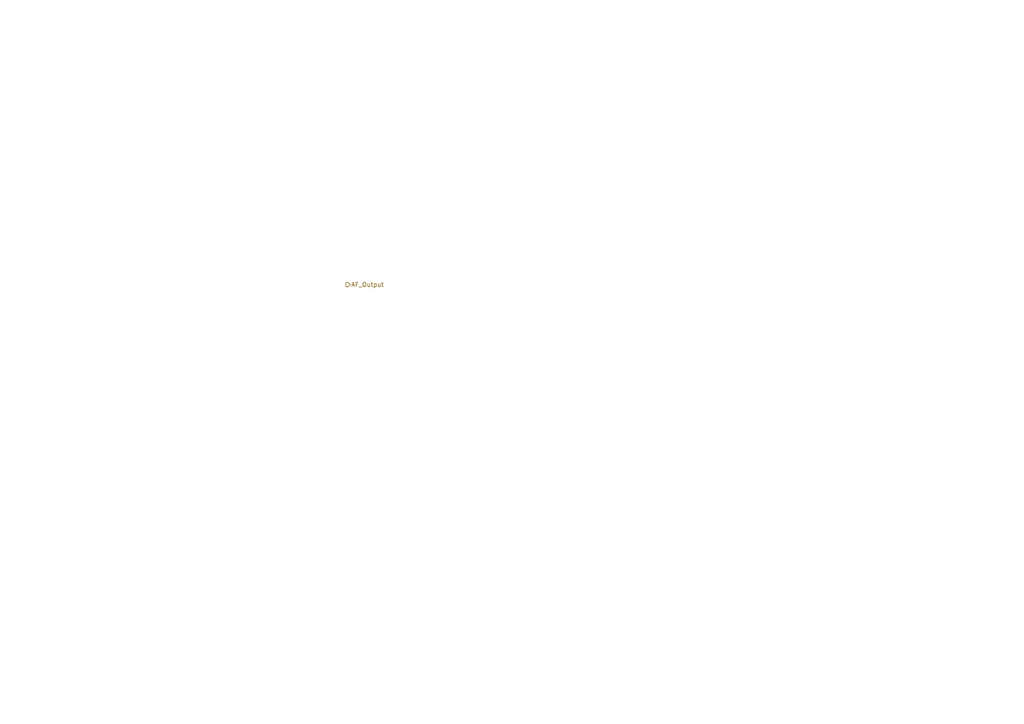
<source format=kicad_sch>
(kicad_sch
	(version 20250114)
	(generator "eeschema")
	(generator_version "9.0")
	(uuid "6b7fbbda-c2a1-4875-a324-4caf478af0c1")
	(paper "A4")
	(lib_symbols)
	(hierarchical_label "AF_Output"
		(shape output)
		(at 100.33 82.55 0)
		(effects
			(font
				(size 1.27 1.27)
			)
			(justify left)
		)
		(uuid "b4403650-4b77-4db0-9f26-e0840190f3fd")
	)
)

</source>
